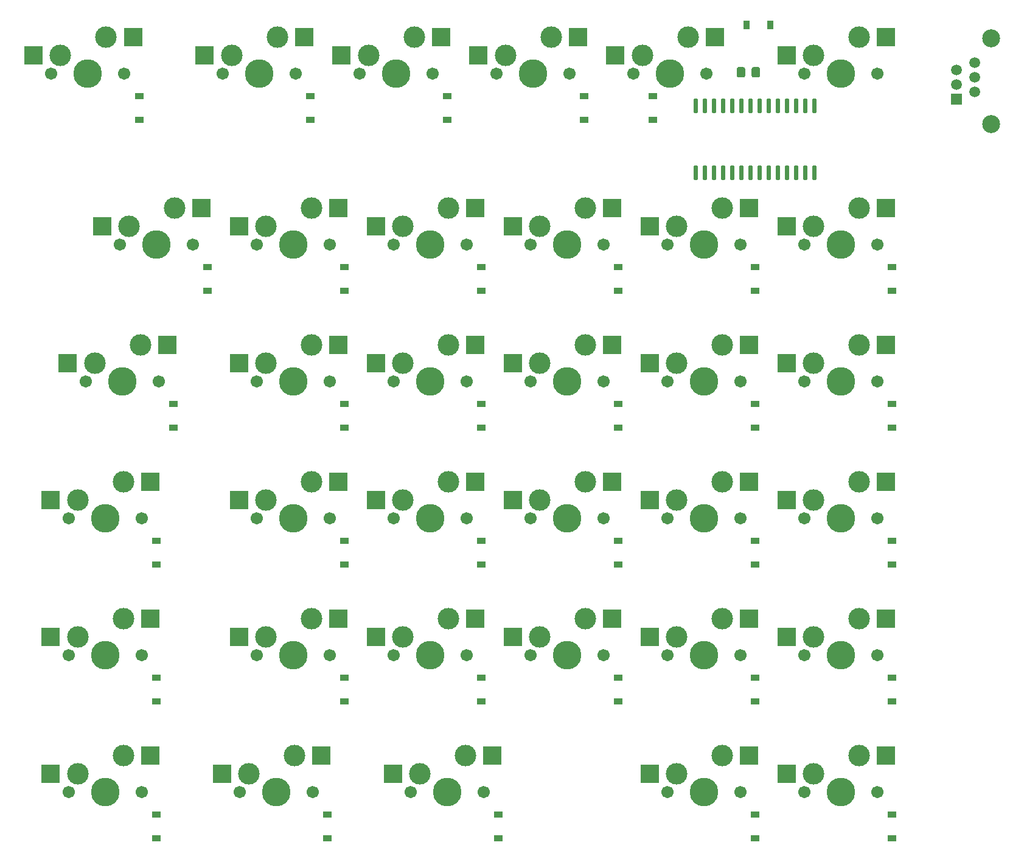
<source format=gbs>
G04 #@! TF.GenerationSoftware,KiCad,Pcbnew,5.1.12-1.fc34*
G04 #@! TF.CreationDate,2021-12-19T19:02:19+02:00*
G04 #@! TF.ProjectId,slash_left,736c6173-685f-46c6-9566-742e6b696361,rev?*
G04 #@! TF.SameCoordinates,Original*
G04 #@! TF.FileFunction,Soldermask,Bot*
G04 #@! TF.FilePolarity,Negative*
%FSLAX46Y46*%
G04 Gerber Fmt 4.6, Leading zero omitted, Abs format (unit mm)*
G04 Created by KiCad (PCBNEW 5.1.12-1.fc34) date 2021-12-19 19:02:19*
%MOMM*%
%LPD*%
G01*
G04 APERTURE LIST*
%ADD10R,2.550000X2.500000*%
%ADD11C,1.701800*%
%ADD12C,3.987800*%
%ADD13C,3.000000*%
%ADD14R,1.520000X1.520000*%
%ADD15C,2.500000*%
%ADD16C,1.520000*%
%ADD17R,1.200000X0.900000*%
%ADD18R,0.900000X1.200000*%
G04 APERTURE END LIST*
D10*
X97215000Y-92710000D03*
D11*
X99695000Y-95250000D03*
X109855000Y-95250000D03*
D12*
X104775000Y-95250000D03*
D13*
X100965000Y-92710000D03*
X107315000Y-90170000D03*
D10*
X111065000Y-90170000D03*
G36*
G01*
X122535000Y-46105000D02*
X122835000Y-46105000D01*
G75*
G02*
X122985000Y-46255000I0J-150000D01*
G01*
X122985000Y-48005000D01*
G75*
G02*
X122835000Y-48155000I-150000J0D01*
G01*
X122535000Y-48155000D01*
G75*
G02*
X122385000Y-48005000I0J150000D01*
G01*
X122385000Y-46255000D01*
G75*
G02*
X122535000Y-46105000I150000J0D01*
G01*
G37*
G36*
G01*
X123805000Y-46105000D02*
X124105000Y-46105000D01*
G75*
G02*
X124255000Y-46255000I0J-150000D01*
G01*
X124255000Y-48005000D01*
G75*
G02*
X124105000Y-48155000I-150000J0D01*
G01*
X123805000Y-48155000D01*
G75*
G02*
X123655000Y-48005000I0J150000D01*
G01*
X123655000Y-46255000D01*
G75*
G02*
X123805000Y-46105000I150000J0D01*
G01*
G37*
G36*
G01*
X125075000Y-46105000D02*
X125375000Y-46105000D01*
G75*
G02*
X125525000Y-46255000I0J-150000D01*
G01*
X125525000Y-48005000D01*
G75*
G02*
X125375000Y-48155000I-150000J0D01*
G01*
X125075000Y-48155000D01*
G75*
G02*
X124925000Y-48005000I0J150000D01*
G01*
X124925000Y-46255000D01*
G75*
G02*
X125075000Y-46105000I150000J0D01*
G01*
G37*
G36*
G01*
X126345000Y-46105000D02*
X126645000Y-46105000D01*
G75*
G02*
X126795000Y-46255000I0J-150000D01*
G01*
X126795000Y-48005000D01*
G75*
G02*
X126645000Y-48155000I-150000J0D01*
G01*
X126345000Y-48155000D01*
G75*
G02*
X126195000Y-48005000I0J150000D01*
G01*
X126195000Y-46255000D01*
G75*
G02*
X126345000Y-46105000I150000J0D01*
G01*
G37*
G36*
G01*
X127615000Y-46105000D02*
X127915000Y-46105000D01*
G75*
G02*
X128065000Y-46255000I0J-150000D01*
G01*
X128065000Y-48005000D01*
G75*
G02*
X127915000Y-48155000I-150000J0D01*
G01*
X127615000Y-48155000D01*
G75*
G02*
X127465000Y-48005000I0J150000D01*
G01*
X127465000Y-46255000D01*
G75*
G02*
X127615000Y-46105000I150000J0D01*
G01*
G37*
G36*
G01*
X128885000Y-46105000D02*
X129185000Y-46105000D01*
G75*
G02*
X129335000Y-46255000I0J-150000D01*
G01*
X129335000Y-48005000D01*
G75*
G02*
X129185000Y-48155000I-150000J0D01*
G01*
X128885000Y-48155000D01*
G75*
G02*
X128735000Y-48005000I0J150000D01*
G01*
X128735000Y-46255000D01*
G75*
G02*
X128885000Y-46105000I150000J0D01*
G01*
G37*
G36*
G01*
X130155000Y-46105000D02*
X130455000Y-46105000D01*
G75*
G02*
X130605000Y-46255000I0J-150000D01*
G01*
X130605000Y-48005000D01*
G75*
G02*
X130455000Y-48155000I-150000J0D01*
G01*
X130155000Y-48155000D01*
G75*
G02*
X130005000Y-48005000I0J150000D01*
G01*
X130005000Y-46255000D01*
G75*
G02*
X130155000Y-46105000I150000J0D01*
G01*
G37*
G36*
G01*
X131425000Y-46105000D02*
X131725000Y-46105000D01*
G75*
G02*
X131875000Y-46255000I0J-150000D01*
G01*
X131875000Y-48005000D01*
G75*
G02*
X131725000Y-48155000I-150000J0D01*
G01*
X131425000Y-48155000D01*
G75*
G02*
X131275000Y-48005000I0J150000D01*
G01*
X131275000Y-46255000D01*
G75*
G02*
X131425000Y-46105000I150000J0D01*
G01*
G37*
G36*
G01*
X132695000Y-46105000D02*
X132995000Y-46105000D01*
G75*
G02*
X133145000Y-46255000I0J-150000D01*
G01*
X133145000Y-48005000D01*
G75*
G02*
X132995000Y-48155000I-150000J0D01*
G01*
X132695000Y-48155000D01*
G75*
G02*
X132545000Y-48005000I0J150000D01*
G01*
X132545000Y-46255000D01*
G75*
G02*
X132695000Y-46105000I150000J0D01*
G01*
G37*
G36*
G01*
X133965000Y-46105000D02*
X134265000Y-46105000D01*
G75*
G02*
X134415000Y-46255000I0J-150000D01*
G01*
X134415000Y-48005000D01*
G75*
G02*
X134265000Y-48155000I-150000J0D01*
G01*
X133965000Y-48155000D01*
G75*
G02*
X133815000Y-48005000I0J150000D01*
G01*
X133815000Y-46255000D01*
G75*
G02*
X133965000Y-46105000I150000J0D01*
G01*
G37*
G36*
G01*
X135235000Y-46105000D02*
X135535000Y-46105000D01*
G75*
G02*
X135685000Y-46255000I0J-150000D01*
G01*
X135685000Y-48005000D01*
G75*
G02*
X135535000Y-48155000I-150000J0D01*
G01*
X135235000Y-48155000D01*
G75*
G02*
X135085000Y-48005000I0J150000D01*
G01*
X135085000Y-46255000D01*
G75*
G02*
X135235000Y-46105000I150000J0D01*
G01*
G37*
G36*
G01*
X136505000Y-46105000D02*
X136805000Y-46105000D01*
G75*
G02*
X136955000Y-46255000I0J-150000D01*
G01*
X136955000Y-48005000D01*
G75*
G02*
X136805000Y-48155000I-150000J0D01*
G01*
X136505000Y-48155000D01*
G75*
G02*
X136355000Y-48005000I0J150000D01*
G01*
X136355000Y-46255000D01*
G75*
G02*
X136505000Y-46105000I150000J0D01*
G01*
G37*
G36*
G01*
X137775000Y-46105000D02*
X138075000Y-46105000D01*
G75*
G02*
X138225000Y-46255000I0J-150000D01*
G01*
X138225000Y-48005000D01*
G75*
G02*
X138075000Y-48155000I-150000J0D01*
G01*
X137775000Y-48155000D01*
G75*
G02*
X137625000Y-48005000I0J150000D01*
G01*
X137625000Y-46255000D01*
G75*
G02*
X137775000Y-46105000I150000J0D01*
G01*
G37*
G36*
G01*
X139045000Y-46105000D02*
X139345000Y-46105000D01*
G75*
G02*
X139495000Y-46255000I0J-150000D01*
G01*
X139495000Y-48005000D01*
G75*
G02*
X139345000Y-48155000I-150000J0D01*
G01*
X139045000Y-48155000D01*
G75*
G02*
X138895000Y-48005000I0J150000D01*
G01*
X138895000Y-46255000D01*
G75*
G02*
X139045000Y-46105000I150000J0D01*
G01*
G37*
G36*
G01*
X139045000Y-36805000D02*
X139345000Y-36805000D01*
G75*
G02*
X139495000Y-36955000I0J-150000D01*
G01*
X139495000Y-38705000D01*
G75*
G02*
X139345000Y-38855000I-150000J0D01*
G01*
X139045000Y-38855000D01*
G75*
G02*
X138895000Y-38705000I0J150000D01*
G01*
X138895000Y-36955000D01*
G75*
G02*
X139045000Y-36805000I150000J0D01*
G01*
G37*
G36*
G01*
X137775000Y-36805000D02*
X138075000Y-36805000D01*
G75*
G02*
X138225000Y-36955000I0J-150000D01*
G01*
X138225000Y-38705000D01*
G75*
G02*
X138075000Y-38855000I-150000J0D01*
G01*
X137775000Y-38855000D01*
G75*
G02*
X137625000Y-38705000I0J150000D01*
G01*
X137625000Y-36955000D01*
G75*
G02*
X137775000Y-36805000I150000J0D01*
G01*
G37*
G36*
G01*
X136505000Y-36805000D02*
X136805000Y-36805000D01*
G75*
G02*
X136955000Y-36955000I0J-150000D01*
G01*
X136955000Y-38705000D01*
G75*
G02*
X136805000Y-38855000I-150000J0D01*
G01*
X136505000Y-38855000D01*
G75*
G02*
X136355000Y-38705000I0J150000D01*
G01*
X136355000Y-36955000D01*
G75*
G02*
X136505000Y-36805000I150000J0D01*
G01*
G37*
G36*
G01*
X135235000Y-36805000D02*
X135535000Y-36805000D01*
G75*
G02*
X135685000Y-36955000I0J-150000D01*
G01*
X135685000Y-38705000D01*
G75*
G02*
X135535000Y-38855000I-150000J0D01*
G01*
X135235000Y-38855000D01*
G75*
G02*
X135085000Y-38705000I0J150000D01*
G01*
X135085000Y-36955000D01*
G75*
G02*
X135235000Y-36805000I150000J0D01*
G01*
G37*
G36*
G01*
X133965000Y-36805000D02*
X134265000Y-36805000D01*
G75*
G02*
X134415000Y-36955000I0J-150000D01*
G01*
X134415000Y-38705000D01*
G75*
G02*
X134265000Y-38855000I-150000J0D01*
G01*
X133965000Y-38855000D01*
G75*
G02*
X133815000Y-38705000I0J150000D01*
G01*
X133815000Y-36955000D01*
G75*
G02*
X133965000Y-36805000I150000J0D01*
G01*
G37*
G36*
G01*
X132695000Y-36805000D02*
X132995000Y-36805000D01*
G75*
G02*
X133145000Y-36955000I0J-150000D01*
G01*
X133145000Y-38705000D01*
G75*
G02*
X132995000Y-38855000I-150000J0D01*
G01*
X132695000Y-38855000D01*
G75*
G02*
X132545000Y-38705000I0J150000D01*
G01*
X132545000Y-36955000D01*
G75*
G02*
X132695000Y-36805000I150000J0D01*
G01*
G37*
G36*
G01*
X131425000Y-36805000D02*
X131725000Y-36805000D01*
G75*
G02*
X131875000Y-36955000I0J-150000D01*
G01*
X131875000Y-38705000D01*
G75*
G02*
X131725000Y-38855000I-150000J0D01*
G01*
X131425000Y-38855000D01*
G75*
G02*
X131275000Y-38705000I0J150000D01*
G01*
X131275000Y-36955000D01*
G75*
G02*
X131425000Y-36805000I150000J0D01*
G01*
G37*
G36*
G01*
X130155000Y-36805000D02*
X130455000Y-36805000D01*
G75*
G02*
X130605000Y-36955000I0J-150000D01*
G01*
X130605000Y-38705000D01*
G75*
G02*
X130455000Y-38855000I-150000J0D01*
G01*
X130155000Y-38855000D01*
G75*
G02*
X130005000Y-38705000I0J150000D01*
G01*
X130005000Y-36955000D01*
G75*
G02*
X130155000Y-36805000I150000J0D01*
G01*
G37*
G36*
G01*
X128885000Y-36805000D02*
X129185000Y-36805000D01*
G75*
G02*
X129335000Y-36955000I0J-150000D01*
G01*
X129335000Y-38705000D01*
G75*
G02*
X129185000Y-38855000I-150000J0D01*
G01*
X128885000Y-38855000D01*
G75*
G02*
X128735000Y-38705000I0J150000D01*
G01*
X128735000Y-36955000D01*
G75*
G02*
X128885000Y-36805000I150000J0D01*
G01*
G37*
G36*
G01*
X127615000Y-36805000D02*
X127915000Y-36805000D01*
G75*
G02*
X128065000Y-36955000I0J-150000D01*
G01*
X128065000Y-38705000D01*
G75*
G02*
X127915000Y-38855000I-150000J0D01*
G01*
X127615000Y-38855000D01*
G75*
G02*
X127465000Y-38705000I0J150000D01*
G01*
X127465000Y-36955000D01*
G75*
G02*
X127615000Y-36805000I150000J0D01*
G01*
G37*
G36*
G01*
X126345000Y-36805000D02*
X126645000Y-36805000D01*
G75*
G02*
X126795000Y-36955000I0J-150000D01*
G01*
X126795000Y-38705000D01*
G75*
G02*
X126645000Y-38855000I-150000J0D01*
G01*
X126345000Y-38855000D01*
G75*
G02*
X126195000Y-38705000I0J150000D01*
G01*
X126195000Y-36955000D01*
G75*
G02*
X126345000Y-36805000I150000J0D01*
G01*
G37*
G36*
G01*
X125075000Y-36805000D02*
X125375000Y-36805000D01*
G75*
G02*
X125525000Y-36955000I0J-150000D01*
G01*
X125525000Y-38705000D01*
G75*
G02*
X125375000Y-38855000I-150000J0D01*
G01*
X125075000Y-38855000D01*
G75*
G02*
X124925000Y-38705000I0J150000D01*
G01*
X124925000Y-36955000D01*
G75*
G02*
X125075000Y-36805000I150000J0D01*
G01*
G37*
G36*
G01*
X123805000Y-36805000D02*
X124105000Y-36805000D01*
G75*
G02*
X124255000Y-36955000I0J-150000D01*
G01*
X124255000Y-38705000D01*
G75*
G02*
X124105000Y-38855000I-150000J0D01*
G01*
X123805000Y-38855000D01*
G75*
G02*
X123655000Y-38705000I0J150000D01*
G01*
X123655000Y-36955000D01*
G75*
G02*
X123805000Y-36805000I150000J0D01*
G01*
G37*
G36*
G01*
X122535000Y-36805000D02*
X122835000Y-36805000D01*
G75*
G02*
X122985000Y-36955000I0J-150000D01*
G01*
X122985000Y-38705000D01*
G75*
G02*
X122835000Y-38855000I-150000J0D01*
G01*
X122535000Y-38855000D01*
G75*
G02*
X122385000Y-38705000I0J150000D01*
G01*
X122385000Y-36955000D01*
G75*
G02*
X122535000Y-36805000I150000J0D01*
G01*
G37*
X135315000Y-130810000D03*
D11*
X137795000Y-133350000D03*
X147955000Y-133350000D03*
D12*
X142875000Y-133350000D03*
D13*
X139065000Y-130810000D03*
X145415000Y-128270000D03*
D10*
X149165000Y-128270000D03*
X116265000Y-130810000D03*
D11*
X118745000Y-133350000D03*
X128905000Y-133350000D03*
D12*
X123825000Y-133350000D03*
D13*
X120015000Y-130810000D03*
X126365000Y-128270000D03*
D10*
X130115000Y-128270000D03*
X80546250Y-130810000D03*
D11*
X83026250Y-133350000D03*
X93186250Y-133350000D03*
D12*
X88106250Y-133350000D03*
D13*
X84296250Y-130810000D03*
X90646250Y-128270000D03*
D10*
X94396250Y-128270000D03*
X56733750Y-130810000D03*
D11*
X59213750Y-133350000D03*
X69373750Y-133350000D03*
D12*
X64293750Y-133350000D03*
D13*
X60483750Y-130810000D03*
X66833750Y-128270000D03*
D10*
X70583750Y-128270000D03*
X32921250Y-130810000D03*
D11*
X35401250Y-133350000D03*
X45561250Y-133350000D03*
D12*
X40481250Y-133350000D03*
D13*
X36671250Y-130810000D03*
X43021250Y-128270000D03*
D10*
X46771250Y-128270000D03*
X135315000Y-111760000D03*
D11*
X137795000Y-114300000D03*
X147955000Y-114300000D03*
D12*
X142875000Y-114300000D03*
D13*
X139065000Y-111760000D03*
X145415000Y-109220000D03*
D10*
X149165000Y-109220000D03*
X116265000Y-111760000D03*
D11*
X118745000Y-114300000D03*
X128905000Y-114300000D03*
D12*
X123825000Y-114300000D03*
D13*
X120015000Y-111760000D03*
X126365000Y-109220000D03*
D10*
X130115000Y-109220000D03*
X97215000Y-111760000D03*
D11*
X99695000Y-114300000D03*
X109855000Y-114300000D03*
D12*
X104775000Y-114300000D03*
D13*
X100965000Y-111760000D03*
X107315000Y-109220000D03*
D10*
X111065000Y-109220000D03*
X78165000Y-111760000D03*
D11*
X80645000Y-114300000D03*
X90805000Y-114300000D03*
D12*
X85725000Y-114300000D03*
D13*
X81915000Y-111760000D03*
X88265000Y-109220000D03*
D10*
X92015000Y-109220000D03*
X59115000Y-111760000D03*
D11*
X61595000Y-114300000D03*
X71755000Y-114300000D03*
D12*
X66675000Y-114300000D03*
D13*
X62865000Y-111760000D03*
X69215000Y-109220000D03*
D10*
X72965000Y-109220000D03*
X32921250Y-111760000D03*
D11*
X35401250Y-114300000D03*
X45561250Y-114300000D03*
D12*
X40481250Y-114300000D03*
D13*
X36671250Y-111760000D03*
X43021250Y-109220000D03*
D10*
X46771250Y-109220000D03*
X135315000Y-92710000D03*
D11*
X137795000Y-95250000D03*
X147955000Y-95250000D03*
D12*
X142875000Y-95250000D03*
D13*
X139065000Y-92710000D03*
X145415000Y-90170000D03*
D10*
X149165000Y-90170000D03*
X116265000Y-92710000D03*
D11*
X118745000Y-95250000D03*
X128905000Y-95250000D03*
D12*
X123825000Y-95250000D03*
D13*
X120015000Y-92710000D03*
X126365000Y-90170000D03*
D10*
X130115000Y-90170000D03*
X78165000Y-92710000D03*
D11*
X80645000Y-95250000D03*
X90805000Y-95250000D03*
D12*
X85725000Y-95250000D03*
D13*
X81915000Y-92710000D03*
X88265000Y-90170000D03*
D10*
X92015000Y-90170000D03*
X59115000Y-92710000D03*
D11*
X61595000Y-95250000D03*
X71755000Y-95250000D03*
D12*
X66675000Y-95250000D03*
D13*
X62865000Y-92710000D03*
X69215000Y-90170000D03*
D10*
X72965000Y-90170000D03*
X32921250Y-92710000D03*
D11*
X35401250Y-95250000D03*
X45561250Y-95250000D03*
D12*
X40481250Y-95250000D03*
D13*
X36671250Y-92710000D03*
X43021250Y-90170000D03*
D10*
X46771250Y-90170000D03*
X135315000Y-73660000D03*
D11*
X137795000Y-76200000D03*
X147955000Y-76200000D03*
D12*
X142875000Y-76200000D03*
D13*
X139065000Y-73660000D03*
X145415000Y-71120000D03*
D10*
X149165000Y-71120000D03*
X116265000Y-73660000D03*
D11*
X118745000Y-76200000D03*
X128905000Y-76200000D03*
D12*
X123825000Y-76200000D03*
D13*
X120015000Y-73660000D03*
X126365000Y-71120000D03*
D10*
X130115000Y-71120000D03*
X97215000Y-73660000D03*
D11*
X99695000Y-76200000D03*
X109855000Y-76200000D03*
D12*
X104775000Y-76200000D03*
D13*
X100965000Y-73660000D03*
X107315000Y-71120000D03*
D10*
X111065000Y-71120000D03*
X78165000Y-73660000D03*
D11*
X80645000Y-76200000D03*
X90805000Y-76200000D03*
D12*
X85725000Y-76200000D03*
D13*
X81915000Y-73660000D03*
X88265000Y-71120000D03*
D10*
X92015000Y-71120000D03*
X59115000Y-73660000D03*
D11*
X61595000Y-76200000D03*
X71755000Y-76200000D03*
D12*
X66675000Y-76200000D03*
D13*
X62865000Y-73660000D03*
X69215000Y-71120000D03*
D10*
X72965000Y-71120000D03*
X35302500Y-73660000D03*
D11*
X37782500Y-76200000D03*
X47942500Y-76200000D03*
D12*
X42862500Y-76200000D03*
D13*
X39052500Y-73660000D03*
X45402500Y-71120000D03*
D10*
X49152500Y-71120000D03*
X135315000Y-54610000D03*
D11*
X137795000Y-57150000D03*
X147955000Y-57150000D03*
D12*
X142875000Y-57150000D03*
D13*
X139065000Y-54610000D03*
X145415000Y-52070000D03*
D10*
X149165000Y-52070000D03*
X116265000Y-54610000D03*
D11*
X118745000Y-57150000D03*
X128905000Y-57150000D03*
D12*
X123825000Y-57150000D03*
D13*
X120015000Y-54610000D03*
X126365000Y-52070000D03*
D10*
X130115000Y-52070000D03*
X97215000Y-54610000D03*
D11*
X99695000Y-57150000D03*
X109855000Y-57150000D03*
D12*
X104775000Y-57150000D03*
D13*
X100965000Y-54610000D03*
X107315000Y-52070000D03*
D10*
X111065000Y-52070000D03*
X78165000Y-54610000D03*
D11*
X80645000Y-57150000D03*
X90805000Y-57150000D03*
D12*
X85725000Y-57150000D03*
D13*
X81915000Y-54610000D03*
X88265000Y-52070000D03*
D10*
X92015000Y-52070000D03*
X59115000Y-54610000D03*
D11*
X61595000Y-57150000D03*
X71755000Y-57150000D03*
D12*
X66675000Y-57150000D03*
D13*
X62865000Y-54610000D03*
X69215000Y-52070000D03*
D10*
X72965000Y-52070000D03*
X40065000Y-54610000D03*
D11*
X42545000Y-57150000D03*
X52705000Y-57150000D03*
D12*
X47625000Y-57150000D03*
D13*
X43815000Y-54610000D03*
X50165000Y-52070000D03*
D10*
X53915000Y-52070000D03*
X135315000Y-30797500D03*
D11*
X137795000Y-33337500D03*
X147955000Y-33337500D03*
D12*
X142875000Y-33337500D03*
D13*
X139065000Y-30797500D03*
X145415000Y-28257500D03*
D10*
X149165000Y-28257500D03*
X111502500Y-30797500D03*
D11*
X113982500Y-33337500D03*
X124142500Y-33337500D03*
D12*
X119062500Y-33337500D03*
D13*
X115252500Y-30797500D03*
X121602500Y-28257500D03*
D10*
X125352500Y-28257500D03*
X92452500Y-30797500D03*
D11*
X94932500Y-33337500D03*
X105092500Y-33337500D03*
D12*
X100012500Y-33337500D03*
D13*
X96202500Y-30797500D03*
X102552500Y-28257500D03*
D10*
X106302500Y-28257500D03*
X73402500Y-30797500D03*
D11*
X75882500Y-33337500D03*
X86042500Y-33337500D03*
D12*
X80962500Y-33337500D03*
D13*
X77152500Y-30797500D03*
X83502500Y-28257500D03*
D10*
X87252500Y-28257500D03*
X54352500Y-30797500D03*
D11*
X56832500Y-33337500D03*
X66992500Y-33337500D03*
D12*
X61912500Y-33337500D03*
D13*
X58102500Y-30797500D03*
X64452500Y-28257500D03*
D10*
X68202500Y-28257500D03*
X30540000Y-30797500D03*
D11*
X33020000Y-33337500D03*
X43180000Y-33337500D03*
D12*
X38100000Y-33337500D03*
D13*
X34290000Y-30797500D03*
X40640000Y-28257500D03*
D10*
X44390000Y-28257500D03*
D14*
X158930000Y-36940000D03*
D15*
X163770000Y-40390000D03*
D16*
X161470000Y-35920000D03*
X158930000Y-34900000D03*
X161470000Y-33880000D03*
X158930000Y-32860000D03*
X161470000Y-31840000D03*
D15*
X163770000Y-28390000D03*
D17*
X150018750Y-136462500D03*
X150018750Y-139762500D03*
X130968750Y-136462500D03*
X130968750Y-139762500D03*
X95250000Y-136462500D03*
X95250000Y-139762500D03*
X71437500Y-136462500D03*
X71437500Y-139762500D03*
X47625000Y-136462500D03*
X47625000Y-139762500D03*
X150018750Y-117412500D03*
X150018750Y-120712500D03*
X130968750Y-117412500D03*
X130968750Y-120712500D03*
X111918750Y-117412500D03*
X111918750Y-120712500D03*
X92868750Y-117412500D03*
X92868750Y-120712500D03*
X73818750Y-117412500D03*
X73818750Y-120712500D03*
X47625000Y-117412500D03*
X47625000Y-120712500D03*
X150018750Y-98362500D03*
X150018750Y-101662500D03*
X130968750Y-98362500D03*
X130968750Y-101662500D03*
X111918750Y-98362500D03*
X111918750Y-101662500D03*
X92868750Y-98362500D03*
X92868750Y-101662500D03*
X73818750Y-98362500D03*
X73818750Y-101662500D03*
X47625000Y-98362500D03*
X47625000Y-101662500D03*
X150018750Y-79312500D03*
X150018750Y-82612500D03*
X130968750Y-79312500D03*
X130968750Y-82612500D03*
X111918750Y-79312500D03*
X111918750Y-82612500D03*
X92868750Y-79312500D03*
X92868750Y-82612500D03*
X73818750Y-79312500D03*
X73818750Y-82612500D03*
X50006250Y-79312500D03*
X50006250Y-82612500D03*
X150018750Y-60262500D03*
X150018750Y-63562500D03*
X130968750Y-60262500D03*
X130968750Y-63562500D03*
X111918750Y-60262500D03*
X111918750Y-63562500D03*
X92868750Y-60262500D03*
X92868750Y-63562500D03*
X73818750Y-60262500D03*
X73818750Y-63562500D03*
X54768750Y-60262500D03*
X54768750Y-63562500D03*
D18*
X133020000Y-26530000D03*
X129720000Y-26530000D03*
D17*
X116681250Y-36450000D03*
X116681250Y-39750000D03*
X107156250Y-36450000D03*
X107156250Y-39750000D03*
X88106250Y-36450000D03*
X88106250Y-39750000D03*
X69056250Y-36450000D03*
X69056250Y-39750000D03*
X45243750Y-36450000D03*
X45243750Y-39750000D03*
G36*
G01*
X129560000Y-32685000D02*
X129560000Y-33635000D01*
G75*
G02*
X129310000Y-33885000I-250000J0D01*
G01*
X128635000Y-33885000D01*
G75*
G02*
X128385000Y-33635000I0J250000D01*
G01*
X128385000Y-32685000D01*
G75*
G02*
X128635000Y-32435000I250000J0D01*
G01*
X129310000Y-32435000D01*
G75*
G02*
X129560000Y-32685000I0J-250000D01*
G01*
G37*
G36*
G01*
X131635000Y-32685000D02*
X131635000Y-33635000D01*
G75*
G02*
X131385000Y-33885000I-250000J0D01*
G01*
X130710000Y-33885000D01*
G75*
G02*
X130460000Y-33635000I0J250000D01*
G01*
X130460000Y-32685000D01*
G75*
G02*
X130710000Y-32435000I250000J0D01*
G01*
X131385000Y-32435000D01*
G75*
G02*
X131635000Y-32685000I0J-250000D01*
G01*
G37*
M02*

</source>
